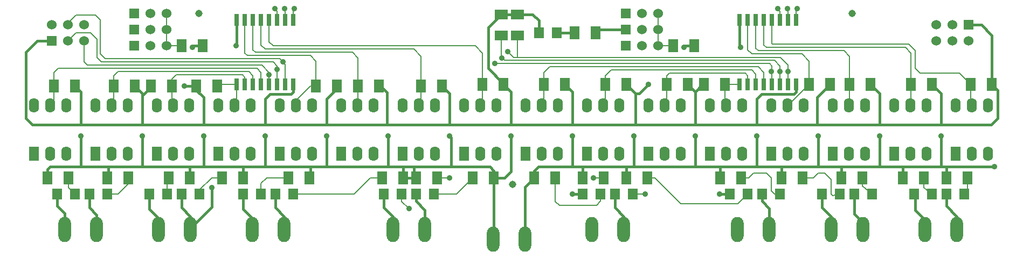
<source format=gtl>
G04 (created by PCBNEW-RS274X (2012-01-19 BZR 3256)-stable) date mer. 09 mai 2012 22:09:25 CEST*
G01*
G70*
G90*
%MOIN*%
G04 Gerber Fmt 3.4, Leading zero omitted, Abs format*
%FSLAX34Y34*%
G04 APERTURE LIST*
%ADD10C,0.006000*%
%ADD11R,0.060000X0.060000*%
%ADD12C,0.060000*%
%ADD13R,0.060000X0.080000*%
%ADD14R,0.062000X0.090000*%
%ADD15O,0.062000X0.090000*%
%ADD16R,0.062900X0.070900*%
%ADD17O,0.078000X0.156000*%
%ADD18R,0.080000X0.060000*%
%ADD19R,0.025000X0.075000*%
%ADD20C,0.045000*%
%ADD21C,0.035000*%
%ADD22C,0.015900*%
%ADD23C,0.008000*%
G04 APERTURE END LIST*
G54D10*
G54D11*
X67300Y-47800D03*
G54D12*
X68300Y-47800D03*
X69300Y-47800D03*
G54D11*
X67300Y-46800D03*
G54D12*
X68300Y-46800D03*
X69300Y-46800D03*
G54D11*
X67300Y-45800D03*
G54D12*
X68300Y-45800D03*
X69300Y-45800D03*
G54D13*
X71550Y-47800D03*
X70250Y-47800D03*
G54D14*
X61100Y-54500D03*
G54D15*
X62100Y-54500D03*
X63100Y-54500D03*
X63100Y-51500D03*
X62100Y-51500D03*
X61100Y-51500D03*
G54D14*
X64900Y-54500D03*
G54D15*
X65900Y-54500D03*
X66900Y-54500D03*
X66900Y-51500D03*
X65900Y-51500D03*
X64900Y-51500D03*
G54D14*
X68700Y-54500D03*
G54D15*
X69700Y-54500D03*
X70700Y-54500D03*
X70700Y-51500D03*
X69700Y-51500D03*
X68700Y-51500D03*
G54D14*
X72500Y-54500D03*
G54D15*
X73500Y-54500D03*
X74500Y-54500D03*
X74500Y-51500D03*
X73500Y-51500D03*
X72500Y-51500D03*
G54D14*
X76300Y-54500D03*
G54D15*
X77300Y-54500D03*
X78300Y-54500D03*
X78300Y-51500D03*
X77300Y-51500D03*
X76300Y-51500D03*
G54D14*
X80100Y-54500D03*
G54D15*
X81100Y-54500D03*
X82100Y-54500D03*
X82100Y-51500D03*
X81100Y-51500D03*
X80100Y-51500D03*
G54D14*
X83900Y-54500D03*
G54D15*
X84900Y-54500D03*
X85900Y-54500D03*
X85900Y-51500D03*
X84900Y-51500D03*
X83900Y-51500D03*
G54D14*
X87700Y-54500D03*
G54D15*
X88700Y-54500D03*
X89700Y-54500D03*
X89700Y-51500D03*
X88700Y-51500D03*
X87700Y-51500D03*
G54D13*
X63550Y-50200D03*
X62250Y-50200D03*
X67350Y-50200D03*
X66050Y-50200D03*
X71150Y-50200D03*
X69850Y-50200D03*
X72150Y-50200D03*
X73450Y-50200D03*
X79950Y-50200D03*
X78650Y-50200D03*
X82450Y-50200D03*
X81150Y-50200D03*
X86250Y-50200D03*
X84950Y-50200D03*
X89950Y-50200D03*
X88650Y-50200D03*
X62950Y-56000D03*
X61650Y-56000D03*
X65950Y-56000D03*
X64650Y-56000D03*
X68650Y-56000D03*
X67350Y-56000D03*
X74450Y-56000D03*
X73150Y-56000D03*
X78250Y-56000D03*
X76950Y-56000D03*
X81950Y-56000D03*
X80650Y-56000D03*
X85750Y-56000D03*
X84450Y-56000D03*
X88450Y-56000D03*
X87150Y-56000D03*
X55650Y-56000D03*
X54350Y-56000D03*
X57850Y-56000D03*
X59150Y-56000D03*
G54D14*
X30700Y-54500D03*
G54D15*
X31700Y-54500D03*
X32700Y-54500D03*
X32700Y-51500D03*
X31700Y-51500D03*
X30700Y-51500D03*
G54D14*
X34500Y-54500D03*
G54D15*
X35500Y-54500D03*
X36500Y-54500D03*
X36500Y-51500D03*
X35500Y-51500D03*
X34500Y-51500D03*
G54D14*
X38300Y-54500D03*
G54D15*
X39300Y-54500D03*
X40300Y-54500D03*
X40300Y-51500D03*
X39300Y-51500D03*
X38300Y-51500D03*
G54D14*
X42100Y-54500D03*
G54D15*
X43100Y-54500D03*
X44100Y-54500D03*
X44100Y-51500D03*
X43100Y-51500D03*
X42100Y-51500D03*
G54D14*
X45900Y-54500D03*
G54D15*
X46900Y-54500D03*
X47900Y-54500D03*
X47900Y-51500D03*
X46900Y-51500D03*
X45900Y-51500D03*
G54D14*
X49700Y-54500D03*
G54D15*
X50700Y-54500D03*
X51700Y-54500D03*
X51700Y-51500D03*
X50700Y-51500D03*
X49700Y-51500D03*
G54D14*
X53500Y-54500D03*
G54D15*
X54500Y-54500D03*
X55500Y-54500D03*
X55500Y-51500D03*
X54500Y-51500D03*
X53500Y-51500D03*
G54D14*
X57300Y-54500D03*
G54D15*
X58300Y-54500D03*
X59300Y-54500D03*
X59300Y-51500D03*
X58300Y-51500D03*
X57300Y-51500D03*
G54D13*
X52250Y-56000D03*
X53550Y-56000D03*
X46450Y-56000D03*
X47750Y-56000D03*
X42350Y-56000D03*
X43650Y-56000D03*
X39050Y-56000D03*
X40350Y-56000D03*
X36550Y-56000D03*
X35250Y-56000D03*
X32850Y-56000D03*
X31550Y-56000D03*
X59750Y-50200D03*
X58450Y-50200D03*
X55950Y-50300D03*
X54650Y-50300D03*
X52050Y-50300D03*
X50750Y-50300D03*
X49450Y-50300D03*
X48150Y-50300D03*
X40750Y-50300D03*
X42050Y-50300D03*
X37950Y-50300D03*
X39250Y-50300D03*
X36950Y-50300D03*
X35650Y-50300D03*
X33250Y-50300D03*
X31950Y-50300D03*
G54D16*
X39841Y-57000D03*
X40959Y-57000D03*
X37841Y-57000D03*
X38959Y-57000D03*
X34141Y-57000D03*
X35259Y-57000D03*
X32141Y-57000D03*
X33259Y-57000D03*
G54D17*
X52910Y-59200D03*
X54880Y-59200D03*
X44210Y-59200D03*
X46180Y-59200D03*
X38410Y-59200D03*
X40380Y-59200D03*
X32610Y-59200D03*
X34580Y-59200D03*
X85810Y-59200D03*
X87780Y-59200D03*
X80010Y-59200D03*
X81980Y-59200D03*
X74210Y-59200D03*
X76180Y-59200D03*
X65210Y-59200D03*
X67180Y-59200D03*
G54D16*
X54341Y-57000D03*
X55459Y-57000D03*
X52341Y-57000D03*
X53459Y-57000D03*
X45641Y-57000D03*
X46759Y-57000D03*
X43641Y-57000D03*
X44759Y-57000D03*
X87141Y-57000D03*
X88259Y-57000D03*
X85141Y-57000D03*
X86259Y-57000D03*
X81441Y-57000D03*
X82559Y-57000D03*
X79441Y-57000D03*
X80559Y-57000D03*
X75741Y-57000D03*
X76859Y-57000D03*
X73741Y-57000D03*
X74859Y-57000D03*
X66641Y-57000D03*
X67759Y-57000D03*
X64641Y-57000D03*
X65759Y-57000D03*
G54D18*
X60600Y-45850D03*
X60600Y-47150D03*
X59600Y-45850D03*
X59600Y-47150D03*
G54D11*
X31800Y-47500D03*
G54D12*
X31800Y-46500D03*
X32800Y-47500D03*
X32800Y-46500D03*
X33800Y-47500D03*
X33800Y-46500D03*
G54D11*
X88500Y-46500D03*
G54D12*
X88500Y-47500D03*
X87500Y-46500D03*
X87500Y-47500D03*
X86500Y-46500D03*
X86500Y-47500D03*
G54D17*
X59110Y-59800D03*
X61080Y-59800D03*
G54D11*
X36900Y-47800D03*
G54D12*
X37900Y-47800D03*
X38900Y-47800D03*
G54D11*
X36900Y-46800D03*
G54D12*
X37900Y-46800D03*
X38900Y-46800D03*
G54D11*
X36900Y-45800D03*
G54D12*
X37900Y-45800D03*
X38900Y-45800D03*
G54D13*
X41150Y-47800D03*
X39850Y-47800D03*
G54D19*
X46750Y-46200D03*
X46250Y-46200D03*
X45750Y-46200D03*
X45250Y-46200D03*
X44750Y-46200D03*
X44250Y-46200D03*
X43750Y-46200D03*
X43250Y-46200D03*
X43250Y-50200D03*
X43750Y-50200D03*
X44250Y-50200D03*
X44750Y-50200D03*
X45250Y-50200D03*
X45750Y-50200D03*
X46250Y-50200D03*
X46750Y-50200D03*
X77850Y-46200D03*
X77350Y-46200D03*
X76850Y-46200D03*
X76350Y-46200D03*
X75850Y-46200D03*
X75350Y-46200D03*
X74850Y-46200D03*
X74350Y-46200D03*
X74350Y-50200D03*
X74850Y-50200D03*
X75350Y-50200D03*
X75850Y-50200D03*
X76350Y-50200D03*
X76850Y-50200D03*
X77350Y-50200D03*
X77850Y-50200D03*
G54D13*
X64150Y-47000D03*
X65450Y-47000D03*
G54D16*
X61941Y-47000D03*
X63059Y-47000D03*
G54D20*
X81300Y-45800D03*
X40900Y-45800D03*
X60300Y-56400D03*
G54D21*
X40000Y-50300D03*
X68700Y-50200D03*
X40500Y-47900D03*
X70900Y-47900D03*
X76300Y-49400D03*
X59200Y-48900D03*
X45250Y-49600D03*
X73100Y-57000D03*
X64000Y-57000D03*
X41700Y-56600D03*
X59650Y-48550D03*
X45750Y-49250D03*
X76850Y-49400D03*
X77350Y-49400D03*
X60000Y-48150D03*
X46100Y-48800D03*
X43200Y-47800D03*
X74400Y-47900D03*
X45000Y-53400D03*
X60200Y-53400D03*
X33600Y-53400D03*
X41200Y-53400D03*
X71600Y-53400D03*
X75400Y-53400D03*
X79200Y-53400D03*
X83000Y-53400D03*
X90100Y-55300D03*
X64000Y-53400D03*
X67800Y-53400D03*
X86800Y-53400D03*
X37400Y-53400D03*
X48800Y-53400D03*
X52600Y-53400D03*
X56400Y-53400D03*
X68500Y-57000D03*
X65300Y-56000D03*
X46200Y-45500D03*
X77900Y-45500D03*
X76700Y-45500D03*
X56400Y-56000D03*
X53900Y-57900D03*
X77300Y-45500D03*
X45600Y-45500D03*
X46800Y-45500D03*
G54D22*
X58800Y-46650D02*
X59600Y-45850D01*
X58800Y-49200D02*
X58800Y-46650D01*
X59750Y-50150D02*
X58800Y-49200D01*
X59600Y-45850D02*
X60600Y-45850D01*
X40000Y-50300D02*
X40750Y-50300D01*
X41150Y-47800D02*
X40600Y-47800D01*
X40600Y-47800D02*
X40500Y-47900D01*
X71550Y-47800D02*
X71000Y-47800D01*
X68150Y-50750D02*
X67900Y-50750D01*
X68700Y-50200D02*
X68150Y-50750D01*
X83000Y-52700D02*
X86800Y-52700D01*
X56400Y-52700D02*
X56600Y-52700D01*
X89700Y-52700D02*
X89900Y-52700D01*
X46750Y-50200D02*
X46750Y-50650D01*
X45000Y-51100D02*
X45000Y-52700D01*
X45300Y-50800D02*
X45000Y-51100D01*
X46600Y-50800D02*
X45300Y-50800D01*
X46750Y-50650D02*
X46600Y-50800D01*
X37950Y-50300D02*
X37950Y-50350D01*
X37950Y-50350D02*
X37400Y-50900D01*
X89950Y-47150D02*
X89300Y-46500D01*
X64000Y-52700D02*
X67900Y-52700D01*
X86800Y-52700D02*
X86800Y-50750D01*
X37400Y-52700D02*
X37600Y-52700D01*
X79950Y-50200D02*
X79150Y-51000D01*
X56600Y-52700D02*
X57300Y-52700D01*
X64000Y-50650D02*
X63550Y-50200D01*
X83000Y-50750D02*
X82450Y-50200D01*
X30600Y-52700D02*
X33600Y-52700D01*
X33600Y-52700D02*
X33800Y-52700D01*
X33800Y-52700D02*
X37400Y-52700D01*
X30200Y-48200D02*
X30200Y-52300D01*
X41400Y-52700D02*
X41700Y-52700D01*
X72050Y-50200D02*
X71600Y-50650D01*
X72150Y-50200D02*
X72050Y-50200D01*
X83000Y-52700D02*
X83000Y-50750D01*
X41700Y-52700D02*
X45000Y-52700D01*
X90300Y-52300D02*
X90300Y-50550D01*
X67900Y-50750D02*
X67350Y-50200D01*
X67900Y-52700D02*
X71600Y-52700D01*
X49450Y-50300D02*
X49450Y-50450D01*
X77700Y-50800D02*
X75700Y-50800D01*
X40750Y-50300D02*
X40750Y-50550D01*
X89300Y-46500D02*
X88500Y-46500D01*
X52800Y-52700D02*
X53500Y-52700D01*
X60200Y-52700D02*
X60500Y-52700D01*
X53500Y-52700D02*
X56400Y-52700D01*
X49000Y-52700D02*
X49600Y-52700D01*
X59750Y-50200D02*
X59750Y-50150D01*
X67900Y-52700D02*
X67900Y-50750D01*
X75400Y-52700D02*
X79200Y-52700D01*
X89900Y-52700D02*
X90300Y-52300D01*
X37400Y-52700D02*
X37400Y-50900D01*
X37400Y-50900D02*
X37400Y-50750D01*
X37400Y-50750D02*
X36950Y-50300D01*
X33600Y-52700D02*
X33600Y-50650D01*
X60200Y-52700D02*
X60200Y-50650D01*
X49450Y-50450D02*
X48800Y-51100D01*
X48800Y-51100D02*
X48800Y-52700D01*
X79150Y-51000D02*
X79150Y-52700D01*
X86800Y-50750D02*
X86250Y-50200D01*
X45600Y-52700D02*
X48800Y-52700D01*
X64000Y-52700D02*
X64000Y-50650D01*
X77850Y-50650D02*
X77700Y-50800D01*
X45200Y-52700D02*
X45600Y-52700D01*
X52150Y-50300D02*
X52550Y-50700D01*
X52550Y-50700D02*
X52550Y-52700D01*
X52050Y-50300D02*
X52150Y-50300D01*
X56400Y-50750D02*
X56400Y-52700D01*
X55950Y-50300D02*
X56400Y-50750D01*
X31800Y-47500D02*
X30900Y-47500D01*
X37600Y-52700D02*
X37800Y-52700D01*
X60200Y-50650D02*
X59750Y-50200D01*
X61550Y-45850D02*
X61941Y-46241D01*
X61941Y-46241D02*
X61941Y-47000D01*
X60600Y-45850D02*
X61550Y-45850D01*
X60500Y-52700D02*
X64000Y-52700D01*
X33600Y-50650D02*
X33250Y-50300D01*
X48800Y-52700D02*
X49000Y-52700D01*
X71600Y-52700D02*
X75400Y-52700D01*
X40750Y-50550D02*
X41200Y-51000D01*
X89950Y-50200D02*
X89950Y-47150D01*
X30900Y-47500D02*
X30200Y-48200D01*
X75700Y-50800D02*
X75400Y-51100D01*
X45000Y-52700D02*
X45200Y-52700D01*
X75400Y-51100D02*
X75400Y-52700D01*
X77850Y-50200D02*
X77850Y-50650D01*
X52700Y-52700D02*
X52800Y-52700D01*
X71600Y-52700D02*
X71600Y-50650D01*
X79150Y-52700D02*
X79200Y-52700D01*
X41200Y-51000D02*
X41200Y-52700D01*
X90300Y-50550D02*
X89950Y-50200D01*
X86800Y-52700D02*
X89700Y-52700D01*
X71000Y-47800D02*
X70900Y-47900D01*
X71600Y-50650D02*
X71150Y-50200D01*
X30200Y-52300D02*
X30600Y-52700D01*
X79200Y-52700D02*
X83000Y-52700D01*
X57300Y-52700D02*
X60200Y-52700D01*
X52550Y-52700D02*
X52700Y-52700D01*
X49600Y-52700D02*
X52550Y-52700D01*
X41200Y-52700D02*
X41400Y-52700D01*
X37800Y-52700D02*
X41200Y-52700D01*
G54D23*
X34000Y-49000D02*
X44800Y-49000D01*
X76350Y-49400D02*
X76350Y-49300D01*
X76350Y-50200D02*
X76350Y-49400D01*
X76350Y-49300D02*
X76350Y-49250D01*
X45250Y-49550D02*
X45250Y-49450D01*
X33800Y-47500D02*
X33800Y-48800D01*
X33800Y-48800D02*
X34000Y-49000D01*
X44800Y-49000D02*
X45250Y-49450D01*
X76350Y-49400D02*
X76300Y-49400D01*
X45250Y-49600D02*
X45250Y-50200D01*
X76350Y-49300D02*
X76350Y-49050D01*
X76000Y-48900D02*
X59350Y-48900D01*
X76200Y-48900D02*
X76000Y-48900D01*
X45250Y-49550D02*
X45250Y-49600D01*
X59200Y-48900D02*
X59250Y-48950D01*
X76350Y-49050D02*
X76200Y-48900D01*
X59250Y-48950D02*
X59300Y-48950D01*
X59350Y-48900D02*
X59200Y-48900D01*
X58450Y-50200D02*
X58450Y-51350D01*
X58450Y-51350D02*
X58300Y-51500D01*
X45250Y-47550D02*
X45500Y-47800D01*
X45500Y-47800D02*
X58000Y-47800D01*
X58000Y-47800D02*
X58450Y-48250D01*
X58450Y-48250D02*
X58450Y-50200D01*
X45250Y-46200D02*
X45250Y-47550D01*
X44750Y-46200D02*
X44750Y-47750D01*
X54200Y-48000D02*
X54650Y-48450D01*
X54650Y-51350D02*
X54500Y-51500D01*
X54650Y-48450D02*
X54650Y-50300D01*
X45000Y-48000D02*
X54200Y-48000D01*
X44750Y-47750D02*
X45000Y-48000D01*
X54650Y-50300D02*
X54650Y-51350D01*
X75350Y-46200D02*
X75350Y-47950D01*
X81150Y-48450D02*
X81150Y-50200D01*
X80800Y-48100D02*
X81150Y-48450D01*
X75500Y-48100D02*
X80800Y-48100D01*
X75350Y-47950D02*
X75500Y-48100D01*
X81150Y-50200D02*
X81150Y-51450D01*
X81150Y-51450D02*
X81100Y-51500D01*
X77300Y-51500D02*
X77350Y-51500D01*
X77350Y-51500D02*
X78650Y-50200D01*
X74850Y-46200D02*
X74850Y-48050D01*
X78650Y-48750D02*
X78650Y-50200D01*
X78200Y-48300D02*
X78650Y-48750D01*
X75100Y-48300D02*
X78200Y-48300D01*
X74850Y-48050D02*
X75100Y-48300D01*
X74350Y-50200D02*
X73450Y-50200D01*
X73450Y-51450D02*
X73500Y-51500D01*
X73450Y-50200D02*
X73450Y-51450D01*
X69850Y-50200D02*
X69850Y-51350D01*
X74850Y-49650D02*
X74700Y-49500D01*
X69850Y-51350D02*
X69700Y-51500D01*
X74700Y-49500D02*
X70000Y-49500D01*
X70000Y-49500D02*
X69850Y-49650D01*
X74850Y-50200D02*
X74850Y-49650D01*
X69850Y-49650D02*
X69850Y-50200D01*
X75350Y-50200D02*
X75350Y-49550D01*
X66050Y-49650D02*
X66050Y-50200D01*
X66400Y-49300D02*
X66050Y-49650D01*
X75100Y-49300D02*
X66400Y-49300D01*
X75350Y-49550D02*
X75100Y-49300D01*
X66050Y-50200D02*
X66050Y-51350D01*
X66050Y-51350D02*
X65900Y-51500D01*
X75850Y-50200D02*
X75850Y-49450D01*
X75850Y-49450D02*
X75500Y-49100D01*
X75500Y-49100D02*
X62600Y-49100D01*
X62600Y-49100D02*
X62250Y-49450D01*
X62250Y-49450D02*
X62250Y-50200D01*
X62250Y-51350D02*
X62100Y-51500D01*
X62250Y-50200D02*
X62250Y-51350D01*
X50750Y-50300D02*
X50750Y-51450D01*
X44250Y-46200D02*
X44250Y-48050D01*
X50750Y-51450D02*
X50700Y-51500D01*
X50750Y-51450D02*
X50700Y-51500D01*
X50400Y-48200D02*
X50750Y-48550D01*
X44250Y-48050D02*
X44400Y-48200D01*
X44400Y-48200D02*
X50400Y-48200D01*
X50750Y-50200D02*
X50750Y-51450D01*
X50750Y-48550D02*
X50750Y-50300D01*
X43750Y-46200D02*
X43750Y-48250D01*
X48150Y-48750D02*
X48150Y-50300D01*
X47800Y-48400D02*
X48150Y-48750D01*
X43900Y-48400D02*
X47800Y-48400D01*
X43750Y-48250D02*
X43900Y-48400D01*
X48150Y-50300D02*
X47800Y-50300D01*
X46900Y-51200D02*
X46900Y-51500D01*
X47800Y-50300D02*
X46900Y-51200D01*
X43250Y-50200D02*
X43250Y-51350D01*
X43250Y-51350D02*
X43100Y-51500D01*
X43250Y-50200D02*
X42150Y-50200D01*
X42150Y-50200D02*
X42050Y-50300D01*
X39250Y-50300D02*
X39250Y-51450D01*
X39250Y-51450D02*
X39300Y-51500D01*
X43750Y-49750D02*
X43600Y-49600D01*
X43750Y-50200D02*
X43750Y-49750D01*
X39250Y-49850D02*
X39250Y-50300D01*
X39500Y-49600D02*
X39250Y-49850D01*
X43600Y-49600D02*
X39500Y-49600D01*
X35650Y-50300D02*
X35650Y-51350D01*
X35650Y-51350D02*
X35500Y-51500D01*
X35650Y-50300D02*
X35650Y-49650D01*
X35650Y-49650D02*
X35900Y-49400D01*
X44250Y-49650D02*
X44250Y-50200D01*
X44000Y-49400D02*
X44250Y-49650D01*
X35900Y-49400D02*
X44000Y-49400D01*
X31950Y-50300D02*
X31950Y-51250D01*
X44750Y-49450D02*
X44500Y-49200D01*
X44500Y-49200D02*
X32200Y-49200D01*
X32200Y-49200D02*
X31950Y-49450D01*
X31950Y-51250D02*
X31700Y-51500D01*
X31950Y-49450D02*
X31950Y-50300D01*
X44750Y-50200D02*
X44750Y-49450D01*
X88650Y-50200D02*
X88650Y-51450D01*
X84800Y-47700D02*
X85200Y-48100D01*
X76350Y-47668D02*
X76382Y-47700D01*
X76382Y-47700D02*
X84800Y-47700D01*
X88650Y-51450D02*
X88700Y-51500D01*
X85200Y-48100D02*
X85200Y-49200D01*
X76350Y-46200D02*
X76350Y-47668D01*
X85500Y-49500D02*
X87950Y-49500D01*
X87950Y-49500D02*
X88650Y-50200D01*
X85200Y-49200D02*
X85500Y-49500D01*
X84950Y-51450D02*
X84900Y-51500D01*
X84950Y-50200D02*
X84950Y-51450D01*
X75850Y-47750D02*
X76000Y-47900D01*
X76000Y-47900D02*
X84600Y-47900D01*
X84600Y-47900D02*
X84950Y-48250D01*
X84950Y-48250D02*
X84950Y-50200D01*
X75850Y-46200D02*
X75850Y-47750D01*
G54D22*
X54880Y-59200D02*
X54880Y-57980D01*
X54341Y-57441D02*
X54341Y-57000D01*
X54880Y-57980D02*
X54341Y-57441D01*
X52910Y-59200D02*
X52910Y-58410D01*
X52341Y-57841D02*
X52341Y-57000D01*
X52910Y-58410D02*
X52341Y-57841D01*
X81980Y-59200D02*
X81980Y-58780D01*
X81441Y-58241D02*
X81441Y-57000D01*
X81980Y-58780D02*
X81441Y-58241D01*
X80010Y-58410D02*
X79441Y-57841D01*
X79441Y-57841D02*
X79441Y-57000D01*
X80010Y-59200D02*
X80010Y-58410D01*
X76180Y-57880D02*
X75741Y-57441D01*
X75741Y-57441D02*
X75741Y-57000D01*
X76180Y-59200D02*
X76180Y-57880D01*
X73100Y-57000D02*
X73741Y-57000D01*
X67180Y-59200D02*
X67180Y-58380D01*
X66641Y-57841D02*
X66641Y-57000D01*
X67180Y-58380D02*
X66641Y-57841D01*
X64000Y-57000D02*
X64641Y-57000D01*
X46180Y-59200D02*
X46180Y-58380D01*
X45641Y-57841D02*
X45641Y-57000D01*
X46180Y-58380D02*
X45641Y-57841D01*
X44210Y-59200D02*
X44210Y-58510D01*
X43641Y-57941D02*
X43641Y-57000D01*
X44210Y-58510D02*
X43641Y-57941D01*
X40380Y-59200D02*
X40380Y-58380D01*
X39841Y-57841D02*
X39841Y-57000D01*
X40380Y-58380D02*
X39841Y-57841D01*
X40380Y-59120D02*
X40380Y-59200D01*
X41700Y-57800D02*
X40380Y-59120D01*
X41700Y-56600D02*
X41700Y-57800D01*
X38410Y-58510D02*
X37841Y-57941D01*
X37841Y-57941D02*
X37841Y-57000D01*
X38410Y-59200D02*
X38410Y-58510D01*
X34580Y-58280D02*
X34141Y-57841D01*
X34141Y-57841D02*
X34141Y-57000D01*
X34580Y-59200D02*
X34580Y-58280D01*
X32610Y-59200D02*
X32610Y-58210D01*
X32141Y-57741D02*
X32141Y-57000D01*
X32610Y-58210D02*
X32141Y-57741D01*
X87780Y-58380D02*
X87141Y-57741D01*
X87141Y-57741D02*
X87141Y-57000D01*
X87780Y-59200D02*
X87780Y-58380D01*
X85810Y-58610D02*
X85200Y-58000D01*
X85200Y-58000D02*
X85200Y-57159D01*
X85200Y-57159D02*
X85141Y-57000D01*
X85810Y-59200D02*
X85810Y-58610D01*
G54D23*
X59600Y-47150D02*
X59600Y-48500D01*
X59600Y-48500D02*
X59650Y-48550D01*
X76850Y-50200D02*
X76850Y-49400D01*
X45750Y-49050D02*
X45750Y-49250D01*
X45500Y-48800D02*
X45750Y-49050D01*
X32800Y-47500D02*
X33300Y-47000D01*
X59650Y-48550D02*
X59800Y-48700D01*
X76500Y-48700D02*
X65700Y-48700D01*
X76850Y-49400D02*
X76850Y-49050D01*
X59800Y-48700D02*
X65700Y-48700D01*
X34882Y-48800D02*
X45500Y-48800D01*
X34200Y-47000D02*
X34600Y-47400D01*
X34600Y-47400D02*
X34600Y-48518D01*
X34600Y-48518D02*
X34882Y-48800D01*
X76850Y-49050D02*
X76500Y-48700D01*
X33300Y-47000D02*
X34200Y-47000D01*
X45750Y-49250D02*
X45750Y-49450D01*
X45750Y-49450D02*
X45750Y-50200D01*
X77350Y-48982D02*
X76886Y-48518D01*
X46250Y-48950D02*
X46250Y-49450D01*
X46100Y-48800D02*
X46125Y-48825D01*
X46125Y-48825D02*
X46150Y-48800D01*
X46150Y-48850D02*
X46250Y-48950D01*
X46250Y-49450D02*
X46250Y-50200D01*
X34500Y-45900D02*
X34800Y-46200D01*
X34800Y-46200D02*
X34800Y-48300D01*
X77350Y-49400D02*
X77350Y-48982D01*
X77350Y-50200D02*
X77350Y-49400D01*
X32800Y-46400D02*
X33300Y-45900D01*
X45900Y-48600D02*
X46150Y-48850D01*
X33300Y-45900D02*
X34500Y-45900D01*
X60600Y-47150D02*
X60600Y-48518D01*
X46150Y-48800D02*
X46150Y-48850D01*
X60368Y-48518D02*
X60000Y-48150D01*
X35100Y-48600D02*
X45900Y-48600D01*
X34800Y-48300D02*
X35100Y-48600D01*
X32800Y-46500D02*
X32800Y-46400D01*
X76886Y-48518D02*
X60600Y-48518D01*
X60600Y-48518D02*
X60368Y-48518D01*
G54D22*
X65650Y-46800D02*
X65450Y-47000D01*
X43250Y-46200D02*
X43250Y-47750D01*
X67300Y-46800D02*
X65650Y-46800D01*
X74350Y-47850D02*
X74400Y-47900D01*
X74350Y-46200D02*
X74350Y-47850D01*
X43250Y-47750D02*
X43200Y-47800D01*
X64700Y-55300D02*
X67400Y-55300D01*
X47800Y-55300D02*
X47800Y-55950D01*
X53100Y-55300D02*
X53500Y-55300D01*
X42800Y-55300D02*
X43700Y-55300D01*
X73150Y-56000D02*
X73150Y-55300D01*
X59150Y-55550D02*
X58900Y-55300D01*
X79200Y-55300D02*
X80600Y-55300D01*
X77000Y-55300D02*
X79200Y-55300D01*
X48800Y-55300D02*
X51800Y-55300D01*
X47800Y-55300D02*
X48800Y-55300D01*
X61080Y-59800D02*
X61080Y-56570D01*
X45000Y-55300D02*
X46600Y-55300D01*
X43900Y-55300D02*
X45000Y-55300D01*
X43650Y-55300D02*
X43700Y-55300D01*
X43650Y-56000D02*
X43650Y-55300D01*
X45000Y-55300D02*
X45000Y-53400D01*
X80650Y-55300D02*
X80600Y-55300D01*
X54350Y-56000D02*
X53550Y-56000D01*
X35300Y-55300D02*
X35300Y-55950D01*
X84450Y-55300D02*
X84500Y-55300D01*
X40350Y-56000D02*
X40350Y-55300D01*
X51800Y-55300D02*
X52600Y-55300D01*
X64000Y-55300D02*
X64700Y-55300D01*
X61900Y-55300D02*
X64000Y-55300D01*
X61650Y-56000D02*
X61650Y-55550D01*
X46600Y-55300D02*
X47800Y-55300D01*
X59150Y-59760D02*
X59110Y-59800D01*
X56500Y-55300D02*
X54200Y-55300D01*
X58900Y-55300D02*
X56500Y-55300D01*
X47800Y-55950D02*
X47750Y-56000D01*
X60200Y-53400D02*
X60200Y-55600D01*
X60200Y-55600D02*
X59800Y-56000D01*
X87150Y-55500D02*
X87150Y-56000D01*
X73200Y-55300D02*
X75400Y-55300D01*
X75400Y-55300D02*
X77000Y-55300D01*
X80650Y-56000D02*
X80650Y-55300D01*
X67350Y-55300D02*
X67400Y-55300D01*
X31550Y-55450D02*
X31700Y-55300D01*
X64650Y-55300D02*
X64700Y-55300D01*
X53550Y-56000D02*
X53550Y-55300D01*
X73150Y-55300D02*
X73200Y-55300D01*
X35300Y-55300D02*
X37400Y-55300D01*
X33600Y-53400D02*
X33600Y-55300D01*
X87150Y-55550D02*
X87150Y-55500D01*
X67350Y-56000D02*
X67350Y-55300D01*
X41200Y-55300D02*
X42800Y-55300D01*
X40400Y-55300D02*
X41200Y-55300D01*
X43700Y-55300D02*
X43900Y-55300D01*
X86800Y-55300D02*
X86900Y-55300D01*
X84500Y-55300D02*
X86800Y-55300D01*
X59150Y-56000D02*
X59150Y-59760D01*
X59150Y-56000D02*
X59150Y-55550D01*
X31700Y-55300D02*
X33600Y-55300D01*
X33600Y-55300D02*
X35300Y-55300D01*
X59800Y-56000D02*
X59150Y-56000D01*
X76950Y-55300D02*
X77000Y-55300D01*
X86800Y-55300D02*
X86900Y-55300D01*
X41200Y-53400D02*
X41200Y-55300D01*
X39000Y-55300D02*
X40400Y-55300D01*
X71600Y-53400D02*
X71600Y-55300D01*
X75400Y-53400D02*
X75400Y-55300D01*
X79200Y-53400D02*
X79200Y-55300D01*
X90100Y-55300D02*
X87200Y-55300D01*
X87200Y-55300D02*
X86800Y-55300D01*
X64000Y-55300D02*
X64000Y-53400D01*
X67800Y-55300D02*
X67800Y-53400D01*
X37400Y-55300D02*
X39000Y-55300D01*
X61650Y-55550D02*
X61900Y-55300D01*
X31550Y-56000D02*
X31550Y-55450D01*
X54200Y-55300D02*
X54200Y-55950D01*
X83000Y-53400D02*
X83000Y-55300D01*
X86800Y-53400D02*
X86800Y-55300D01*
X37400Y-53400D02*
X37400Y-55300D01*
X67400Y-55300D02*
X67800Y-55300D01*
X67800Y-55300D02*
X71600Y-55300D01*
X71600Y-55300D02*
X73200Y-55300D01*
X76950Y-56000D02*
X76950Y-55300D01*
X53550Y-55300D02*
X53500Y-55300D01*
X40350Y-55300D02*
X40400Y-55300D01*
X64650Y-56000D02*
X64650Y-55300D01*
X53500Y-55300D02*
X54200Y-55300D01*
X43650Y-55300D02*
X43700Y-55300D01*
X87150Y-55500D02*
X87150Y-55300D01*
X87150Y-55300D02*
X87200Y-55300D01*
X52600Y-55300D02*
X53100Y-55300D01*
X35300Y-55950D02*
X35250Y-56000D01*
X83000Y-55300D02*
X84500Y-55300D01*
X48800Y-53400D02*
X48800Y-55300D01*
X80650Y-55300D02*
X83000Y-55300D01*
X84450Y-56000D02*
X84450Y-55300D01*
X54200Y-55950D02*
X54250Y-56000D01*
X52600Y-53400D02*
X52600Y-55300D01*
X56500Y-53500D02*
X56500Y-55300D01*
X56400Y-53400D02*
X56500Y-53500D01*
X61080Y-56570D02*
X61650Y-56000D01*
G54D23*
X85750Y-56000D02*
X85750Y-56591D01*
X85750Y-56591D02*
X86259Y-57000D01*
X79200Y-55700D02*
X79600Y-55700D01*
X80100Y-57100D02*
X80559Y-57000D01*
X80000Y-56100D02*
X80000Y-57000D01*
X79600Y-55700D02*
X80000Y-56100D01*
X80000Y-57000D02*
X80100Y-57100D01*
X78250Y-56000D02*
X78900Y-56000D01*
X78900Y-56000D02*
X79200Y-55700D01*
X88450Y-56909D02*
X88259Y-57000D01*
X88450Y-56000D02*
X88450Y-56909D01*
X65950Y-56000D02*
X65300Y-56000D01*
X68500Y-57000D02*
X67759Y-57000D01*
X62950Y-57450D02*
X63200Y-57700D01*
X63200Y-57700D02*
X65500Y-57700D01*
X62950Y-56000D02*
X62950Y-57450D01*
X65759Y-57441D02*
X65759Y-57000D01*
X65500Y-57700D02*
X65759Y-57441D01*
X81950Y-56491D02*
X82559Y-57000D01*
X81950Y-56000D02*
X81950Y-56491D01*
X46250Y-45550D02*
X46200Y-45500D01*
X46250Y-46200D02*
X46250Y-45550D01*
X77850Y-45550D02*
X77900Y-45500D01*
X77850Y-46200D02*
X77850Y-45550D01*
X76850Y-46200D02*
X76850Y-45650D01*
X76850Y-45650D02*
X76700Y-45500D01*
X51500Y-56000D02*
X52250Y-56000D01*
X46759Y-57000D02*
X50500Y-57000D01*
X50500Y-57000D02*
X51500Y-56000D01*
X32850Y-56591D02*
X33259Y-57000D01*
X32850Y-56000D02*
X32850Y-56591D01*
X36550Y-56350D02*
X35900Y-57000D01*
X36550Y-56000D02*
X36550Y-56350D01*
X35900Y-57000D02*
X35259Y-57000D01*
X53459Y-57000D02*
X53459Y-57459D01*
X56400Y-56000D02*
X55650Y-56000D01*
X53459Y-57459D02*
X53900Y-57900D01*
X55459Y-57000D02*
X56850Y-57000D01*
X56850Y-57000D02*
X57850Y-56000D01*
X44759Y-56341D02*
X45100Y-56000D01*
X44759Y-57000D02*
X44759Y-56341D01*
X45100Y-56000D02*
X46450Y-56000D01*
X76300Y-56800D02*
X76500Y-57000D01*
X76000Y-55700D02*
X76300Y-56000D01*
X76300Y-56000D02*
X76300Y-56800D01*
X76500Y-57000D02*
X76859Y-57000D01*
X75200Y-55700D02*
X76000Y-55700D01*
X74450Y-56000D02*
X74900Y-56000D01*
X74900Y-56000D02*
X75200Y-55700D01*
X70700Y-57600D02*
X74259Y-57600D01*
X74259Y-57600D02*
X74859Y-57000D01*
X68650Y-56000D02*
X69100Y-56000D01*
X69100Y-56000D02*
X70700Y-57600D01*
X38959Y-56091D02*
X39050Y-56000D01*
X38959Y-57000D02*
X38959Y-56091D01*
X42350Y-56000D02*
X42000Y-56000D01*
X42000Y-56000D02*
X42350Y-56000D01*
X40959Y-56741D02*
X41700Y-56000D01*
X40959Y-57000D02*
X40959Y-56741D01*
X41700Y-56000D02*
X42350Y-56000D01*
X77350Y-46200D02*
X77350Y-45550D01*
X77350Y-45550D02*
X77300Y-45500D01*
X45750Y-45650D02*
X45600Y-45500D01*
X45750Y-46200D02*
X45750Y-45650D01*
X46750Y-46200D02*
X46750Y-45550D01*
X46750Y-45550D02*
X46800Y-45500D01*
G54D22*
X63059Y-47000D02*
X64150Y-47000D01*
G54D23*
X69300Y-45800D02*
X69300Y-46800D01*
X69300Y-46800D02*
X69300Y-47800D01*
X70250Y-47800D02*
X69300Y-47800D01*
X38900Y-45800D02*
X38900Y-46800D01*
X38900Y-46800D02*
X38900Y-47800D01*
X38900Y-47800D02*
X39850Y-47800D01*
M02*

</source>
